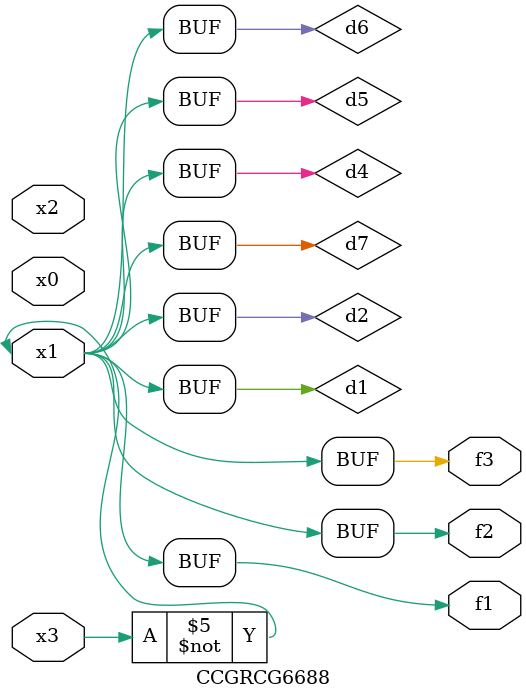
<source format=v>
module CCGRCG6688(
	input x0, x1, x2, x3,
	output f1, f2, f3
);

	wire d1, d2, d3, d4, d5, d6, d7;

	not (d1, x3);
	buf (d2, x1);
	xnor (d3, d1, d2);
	nor (d4, d1);
	buf (d5, d1, d2);
	buf (d6, d4, d5);
	nand (d7, d4);
	assign f1 = d6;
	assign f2 = d7;
	assign f3 = d6;
endmodule

</source>
